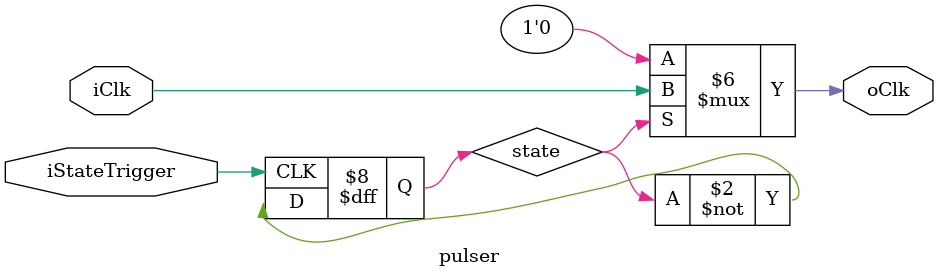
<source format=v>
/***********************************************************
	Arquivo: pulser.v
	Descrição:
	Implementação do controlador de pulso, ele armazena um estado interno
	que pode adquirir os valores 'executado' ou 'parado'. O clock de saida
	só é repassado se o status interno é executando.
************************************************************/

module pulser
(
	iClk,
	iStateTrigger,
	oClk
);

input iClk, iStateTrigger;
output reg oClk;
reg state = 0;  // estado 0 parado, estado 1 executando

// Atualizando estado interno
always @(negedge iStateTrigger) begin
	state <= ~state;
end

// Sempre que o estado mudar, atualiza o clock 
always @(state or iClk) begin
	if (state) 
		oClk <= iClk;
	else
		oClk <= 0;
end

endmodule
</source>
